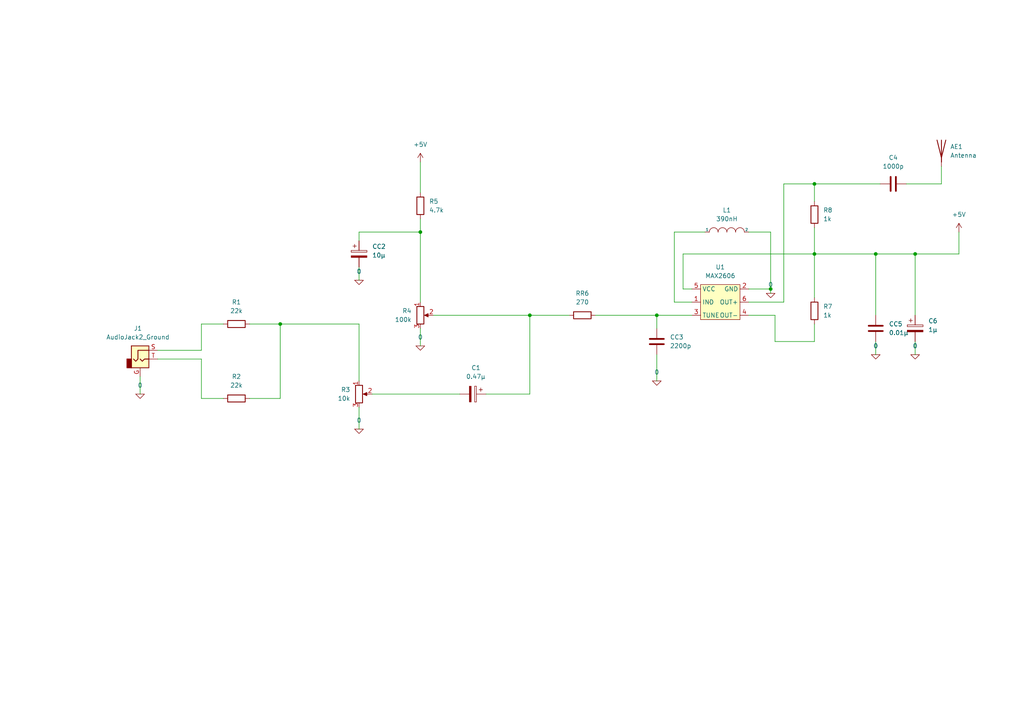
<source format=kicad_sch>
(kicad_sch (version 20211123) (generator eeschema)
  (paper "A4")
  (lib_symbols
    (symbol "Connector:AudioJack2_Ground"
      (property "Reference" "J" (at 0 8.89 0))
      (property "Value" "AudioJack2_Ground" (at 0 6.35 0))
      (symbol "AudioJack2_Ground_0_1"
        (rectangle (start -2.54 -2.54) (end -3.81 0) (stroke (width 0.254)) (fill (type outline)))
        (polyline (pts (xy 0 0) (xy 0.635 -0.635) (xy 1.27 0) (xy 2.54 0)) (stroke (width 0.254)))
        (polyline (pts (xy 2.54 2.54) (xy -0.635 2.54) (xy -0.635 0) (xy -1.27 -0.635) (xy -1.905 0)) (stroke (width 0.254)))
        (rectangle (start 2.54 3.81) (end -2.54 -2.54) (stroke (width 0.254)) (fill (type background)))
      )
      (symbol "AudioJack2_Ground_1_1"
        (pin passive line (at 0 -5.08 90) (length 2.54) (name "~") (number "G"))
        (pin passive line (at 5.08 2.54 180) (length 2.54) (name "~") (number "S"))
        (pin passive line (at 5.08 0 180) (length 2.54) (name "~") (number "T"))
      )
    )
    (symbol "Device:Antenna" (pin_numbers hide) (pin_names (offset 1.016) hide)
      (property "Reference" "AE" (at -1.905 1.905 0))
      (property "Value" "Antenna" (at -1.905 0 0))
      (symbol "Antenna_0_1"
        (polyline (pts (xy 0 2.54) (xy 0 -3.81)) (stroke (width 0.254)))
        (polyline (pts (xy 1.27 2.54) (xy 0 -2.54) (xy -1.27 2.54)) (stroke (width 0.254)))
      )
      (symbol "Antenna_1_1"
        (pin input line (at 0 -5.08 90) (length 2.54) (name "A") (number "1"))
      )
    )
    (symbol "Device:C" (pin_numbers hide) (pin_names (offset 0.254))
      (property "Reference" "C" (at 0.635 2.54 0))
      (property "Value" "C" (at 0.635 -2.54 0))
      (symbol "C_0_1"
        (polyline (pts (xy -2.032 -0.762) (xy 2.032 -0.762)) (stroke (width 0.508)))
        (polyline (pts (xy -2.032 0.762) (xy 2.032 0.762)) (stroke (width 0.508)))
      )
      (symbol "C_1_1"
        (pin passive line (at 0 3.81 270) (length 2.794) (name "~") (number "1"))
        (pin passive line (at 0 -3.81 90) (length 2.794) (name "~") (number "2"))
      )
    )
    (symbol "Device:C_Polarized" (pin_numbers hide) (pin_names (offset 0.254))
      (property "Reference" "C" (at 0.635 2.54 0))
      (property "Value" "C_Polarized" (at 0.635 -2.54 0))
      (symbol "C_Polarized_0_1"
        (rectangle (start -2.286 0.508) (end 2.286 1.016))
        (polyline (pts (xy -1.778 2.286) (xy -0.762 2.286)))
        (polyline (pts (xy -1.27 2.794) (xy -1.27 1.778)))
        (rectangle (start 2.286 -0.508) (end -2.286 -1.016) (fill (type outline)))
      )
      (symbol "C_Polarized_1_1"
        (pin passive line (at 0 3.81 270) (length 2.794) (name "~") (number "1"))
        (pin passive line (at 0 -3.81 90) (length 2.794) (name "~") (number "2"))
      )
    )
    (symbol "Device:R" (pin_numbers hide) (pin_names (offset 0))
      (property "Reference" "R" (at 2.032 0 90))
      (property "Value" "R" (at 0 0 90))
      (symbol "R_0_1"
        (rectangle (start -1.016 -2.54) (end 1.016 2.54) (stroke (width 0.254)))
      )
      (symbol "R_1_1"
        (pin passive line (at 0 3.81 270) (length 1.27) (name "~") (number "1"))
        (pin passive line (at 0 -3.81 90) (length 1.27) (name "~") (number "2"))
      )
    )
    (symbol "Device:R_Potentiometer" (pin_names (offset 1.016) hide)
      (property "Reference" "RV" (at -4.445 0 90))
      (property "Value" "R_Potentiometer" (at -2.54 0 90))
      (symbol "R_Potentiometer_0_1"
        (polyline (pts (xy 2.54 0) (xy 1.524 0)))
        (polyline (pts (xy 1.143 0) (xy 2.286 0.508) (xy 2.286 -0.508) (xy 1.143 0)) (fill (type outline)))
        (rectangle (start 1.016 2.54) (end -1.016 -2.54) (stroke (width 0.254)))
      )
      (symbol "R_Potentiometer_1_1"
        (pin passive line (at 0 3.81 270) (length 1.27) (name "1") (number "1"))
        (pin passive line (at 3.81 0 180) (length 1.27) (name "2") (number "2"))
        (pin passive line (at 0 -3.81 90) (length 1.27) (name "3") (number "3"))
      )
    )
    (symbol "New_Library:MAX2606"
      (property "Reference" "U" (at 0 6.35 0))
      (property "Value" "MAX2606" (at 0 -6.35 0))
      (symbol "MAX2606_0_1"
        (rectangle (start -5.08 5.08) (end 6.35 -5.08) (fill (type background)))
        (rectangle (start -2.54 0) (end -2.54 0))
        (rectangle (start -2.54 0) (end -2.54 0))
        (rectangle (start -2.54 0) (end -2.54 0))
        (rectangle (start -2.54 0) (end -2.54 0))
        (rectangle (start -2.54 0) (end -2.54 0))
      )
      (symbol "MAX2606_1_1"
        (pin input line (at -7.62 0 0) (length 2.54) (name "IND") (number "1"))
        (pin power_in line (at 8.89 3.81 180) (length 2.54) (name "GND") (number "2"))
        (pin input line (at -7.62 -3.81 0) (length 2.54) (name "TUNE") (number "3"))
        (pin output line (at 8.89 -3.81 180) (length 2.54) (name "OUT-") (number "4"))
        (pin power_in line (at -7.62 3.81 0) (length 2.54) (name "VCC") (number "5"))
        (pin output line (at 8.89 0 180) (length 2.54) (name "OUT+") (number "6"))
      )
    )
    (symbol "power:+5V" (power) (pin_names (offset 0))
      (property "Value" "+5V" (at 0 3.556 0))
      (symbol "+5V_0_1"
        (polyline (pts (xy -0.762 1.27) (xy 0 2.54)))
        (polyline (pts (xy 0 0) (xy 0 2.54)))
        (polyline (pts (xy 0 2.54) (xy 0.762 1.27)))
      )
      (symbol "+5V_1_1"
        (pin power_in line (at 0 0 90) (length 0) hide (name "+5V") (number "1"))
      )
    )
    (symbol "pspice:0" (power) (pin_names (offset 0))
      (property "Value" "0" (at 0 -1.778 0))
      (symbol "0_0_1"
        (polyline (pts (xy -1.27 0) (xy 0 -1.27) (xy 1.27 0) (xy -1.27 0)))
      )
      (symbol "0_1_1"
        (pin power_in line (at 0 0 0) (length 0) hide (name "0") (number "1"))
      )
    )
    (symbol "pspice:INDUCTOR" (pin_numbers hide) (pin_names (offset 0))
      (property "Reference" "L" (at 0 2.54 0))
      (property "Value" "INDUCTOR" (at 0 -1.27 0))
      (symbol "INDUCTOR_0_1"
        (arc (start -2.54 0) (mid -3.81 1.27) (end -5.08 0))
        (arc (start 0 0) (mid -1.27 1.27) (end -2.54 0))
        (arc (start 2.54 0) (mid 1.27 1.27) (end 0 0))
        (arc (start 5.08 0) (mid 3.81 1.27) (end 2.54 0))
      )
      (symbol "INDUCTOR_1_1"
        (pin input line (at -6.35 0 0) (length 1.27) (name "1") (number "1"))
        (pin input line (at 6.35 0 180) (length 1.27) (name "2") (number "2"))
      )
    )
  )
  (junction (at 81.28 93.98))
  (junction (at 265.43 73.66))
  (junction (at 153.67 91.44))
  (junction (at 190.5 91.44))
  (junction (at 223.52 83.82))
  (junction (at 254 73.66))
  (junction (at 236.22 73.66))
  (junction (at 236.22 53.34))
  (junction (at 121.92 67.31))
  (wire (pts (xy 40.64 109.22) (xy 40.64 114.3)))
  (wire (pts (xy 195.58 87.63) (xy 200.66 87.63)))
  (wire (pts (xy 58.42 115.57) (xy 64.77 115.57)))
  (wire (pts (xy 227.33 87.63) (xy 227.33 53.34)))
  (wire (pts (xy 198.12 73.66) (xy 236.22 73.66)))
  (wire (pts (xy 224.79 99.06) (xy 236.22 99.06)))
  (wire (pts (xy 104.14 118.11) (xy 104.14 124.46)))
  (wire (pts (xy 224.79 91.44) (xy 224.79 99.06)))
  (wire (pts (xy 265.43 99.06) (xy 265.43 102.87)))
  (wire (pts (xy 121.92 67.31) (xy 121.92 87.63)))
  (wire (pts (xy 265.43 73.66) (xy 278.13 73.66)))
  (wire (pts (xy 236.22 73.66) (xy 254 73.66)))
  (wire (pts (xy 107.95 114.3) (xy 133.35 114.3)))
  (wire (pts (xy 195.58 67.31) (xy 195.58 87.63)))
  (wire (pts (xy 81.28 93.98) (xy 104.14 93.98)))
  (wire (pts (xy 125.73 91.44) (xy 153.67 91.44)))
  (wire (pts (xy 121.92 46.99) (xy 121.92 55.88)))
  (wire (pts (xy 217.17 91.44) (xy 224.79 91.44)))
  (wire (pts (xy 58.42 101.6) (xy 58.42 93.98)))
  (wire (pts (xy 273.05 53.34) (xy 273.05 48.26)))
  (wire (pts (xy 217.17 83.82) (xy 223.52 83.82)))
  (wire (pts (xy 153.67 91.44) (xy 153.67 114.3)))
  (wire (pts (xy 217.17 67.31) (xy 223.52 67.31)))
  (wire (pts (xy 58.42 104.14) (xy 58.42 115.57)))
  (wire (pts (xy 198.12 83.82) (xy 198.12 73.66)))
  (wire (pts (xy 236.22 73.66) (xy 236.22 86.36)))
  (wire (pts (xy 227.33 53.34) (xy 236.22 53.34)))
  (wire (pts (xy 190.5 102.87) (xy 190.5 110.49)))
  (wire (pts (xy 121.92 63.5) (xy 121.92 67.31)))
  (wire (pts (xy 217.17 87.63) (xy 227.33 87.63)))
  (wire (pts (xy 254 73.66) (xy 254 91.44)))
  (wire (pts (xy 104.14 67.31) (xy 104.14 69.85)))
  (wire (pts (xy 254 99.06) (xy 254 102.87)))
  (wire (pts (xy 153.67 91.44) (xy 165.1 91.44)))
  (wire (pts (xy 104.14 77.47) (xy 104.14 81.28)))
  (wire (pts (xy 278.13 73.66) (xy 278.13 67.31)))
  (wire (pts (xy 45.72 104.14) (xy 58.42 104.14)))
  (wire (pts (xy 236.22 53.34) (xy 236.22 58.42)))
  (wire (pts (xy 262.89 53.34) (xy 273.05 53.34)))
  (wire (pts (xy 104.14 93.98) (xy 104.14 110.49)))
  (wire (pts (xy 223.52 83.82) (xy 223.52 85.09)))
  (wire (pts (xy 121.92 67.31) (xy 104.14 67.31)))
  (wire (pts (xy 72.39 115.57) (xy 81.28 115.57)))
  (wire (pts (xy 265.43 73.66) (xy 265.43 91.44)))
  (wire (pts (xy 204.47 67.31) (xy 195.58 67.31)))
  (wire (pts (xy 223.52 67.31) (xy 223.52 83.82)))
  (wire (pts (xy 236.22 66.04) (xy 236.22 73.66)))
  (wire (pts (xy 172.72 91.44) (xy 190.5 91.44)))
  (wire (pts (xy 121.92 95.25) (xy 121.92 100.33)))
  (wire (pts (xy 190.5 91.44) (xy 200.66 91.44)))
  (wire (pts (xy 45.72 101.6) (xy 58.42 101.6)))
  (wire (pts (xy 236.22 99.06) (xy 236.22 93.98)))
  (wire (pts (xy 140.97 114.3) (xy 153.67 114.3)))
  (wire (pts (xy 236.22 53.34) (xy 255.27 53.34)))
  (wire (pts (xy 72.39 93.98) (xy 81.28 93.98)))
  (wire (pts (xy 81.28 115.57) (xy 81.28 93.98)))
  (wire (pts (xy 200.66 83.82) (xy 198.12 83.82)))
  (wire (pts (xy 190.5 91.44) (xy 190.5 95.25)))
  (wire (pts (xy 254 73.66) (xy 265.43 73.66)))
  (wire (pts (xy 58.42 93.98) (xy 64.77 93.98)))
  (symbol (lib_id "power:+5V") (at 278.13 67.31 0) (unit 1)
    (property "Reference" "#PWR0102" (effects hide))
    (property "Value" "+5V" (at 278.13 62.23 0))
  )
  (symbol (lib_id "Device:R") (at 236.22 62.23 0) (unit 1)
    (property "Reference" "R8" (at 238.76 60.9599 0) (effects (justify left)))
    (property "Value" "1k" (at 238.76 63.4999 0) (effects (justify left)))
  )
  (symbol (lib_id "pspice:INDUCTOR") (at 210.82 67.31 0) (unit 1)
    (property "Reference" "L1" (at 210.82 60.96 0))
    (property "Value" "390nH" (at 210.82 63.5 0))
  )
  (symbol (lib_id "pspice:0") (at 190.5 110.49 0) (unit 1)
    (property "Reference" "#GND06" (effects hide))
    (property "Value" "0" (at 190.5 107.95 0))
  )
  (symbol (lib_id "Device:Antenna") (at 273.05 43.18 0) (unit 1)
    (property "Reference" "AE1" (at 275.59 42.5449 0) (effects (justify left)))
    (property "Value" "Antenna" (at 275.59 45.0849 0) (effects (justify left)))
  )
  (symbol (lib_id "Device:C") (at 259.08 53.34 90) (unit 1)
    (property "Reference" "C4" (at 259.08 45.72 90))
    (property "Value" "1000p" (at 259.08 48.26 90))
  )
  (symbol (lib_id "New_Library:MAX2606") (at 208.28 87.63 0) (unit 1)
    (property "Reference" "U1" (at 208.915 77.47 0))
    (property "Value" "MAX2606" (at 208.915 80.01 0))
    (property "Footprint" "Package_TO_SOT_SMD:SOT-23-6" (effects hide))
  )
  (symbol (lib_id "Device:R") (at 236.22 90.17 0) (unit 1)
    (property "Reference" "R7" (at 238.76 88.8999 0) (effects (justify left)))
    (property "Value" "1k" (at 238.76 91.4399 0) (effects (justify left)))
  )
  (symbol (lib_id "Device:C_Polarized") (at 265.43 95.25 0) (unit 1)
    (property "Reference" "C6" (at 269.24 93.0909 0) (effects (justify left)))
    (property "Value" "1µ" (at 269.24 95.6309 0) (effects (justify left)))
  )
  (symbol (lib_id "Device:C_Polarized") (at 137.16 114.3 270) (unit 1)
    (property "Reference" "C1" (at 138.049 106.68 90))
    (property "Value" "0.47µ" (at 138.049 109.22 90))
  )
  (symbol (lib_id "pspice:0") (at 104.14 81.28 0) (unit 1)
    (property "Reference" "#GND02" (effects hide))
    (property "Value" "0" (at 104.14 78.74 0))
  )
  (symbol (lib_id "Connector:AudioJack2_Ground") (at 40.64 104.14 0) (unit 1)
    (property "Reference" "J1" (at 40.005 95.25 0))
    (property "Value" "AudioJack2_Ground" (at 40.005 97.79 0))
  )
  (symbol (lib_id "Device:R") (at 121.92 59.69 0) (unit 1)
    (property "Reference" "R5" (at 124.46 58.4199 0) (effects (justify left)))
    (property "Value" "4.7k" (at 124.46 60.9599 0) (effects (justify left)))
  )
  (symbol (lib_id "pspice:0") (at 40.64 114.3 0) (unit 1)
    (property "Reference" "#GND01" (effects hide))
    (property "Value" "0" (at 40.64 111.76 0))
  )
  (symbol (lib_id "pspice:0") (at 223.52 85.09 0) (unit 1)
    (property "Reference" "#GND0101" (effects hide))
    (property "Value" "0" (at 223.52 82.55 0))
  )
  (symbol (lib_id "Device:R") (at 68.58 115.57 270) (unit 1)
    (property "Reference" "R2" (at 68.58 109.22 90))
    (property "Value" "22k" (at 68.58 111.76 90))
    (property "Footprint" "Resistor_SMD:R_1206_3216Metric" (effects hide))
  )
  (symbol (lib_id "pspice:0") (at 265.43 102.87 0) (unit 1)
    (property "Reference" "#GND0102" (effects hide))
    (property "Value" "0" (at 265.43 100.33 0))
  )
  (symbol (lib_id "Device:R_Potentiometer") (at 104.14 114.3 0) (unit 1)
    (property "Reference" "R3" (at 101.6 113.0299 0) (effects (justify right)))
    (property "Value" "10k" (at 101.6 115.5699 0) (effects (justify right)))
  )
  (symbol (lib_id "power:+5V") (at 121.92 46.99 0) (unit 1)
    (property "Reference" "#PWR0101" (effects hide))
    (property "Value" "+5V" (at 121.92 41.91 0))
  )
  (symbol (lib_id "pspice:0") (at 121.92 100.33 0) (unit 1)
    (property "Reference" "#GND04" (effects hide))
    (property "Value" "0" (at 121.92 97.79 0))
  )
  (symbol (lib_id "Device:R") (at 68.58 93.98 90) (unit 1)
    (property "Reference" "R1" (at 68.58 87.63 90))
    (property "Value" "22k" (at 68.58 90.17 90))
    (property "Footprint" "Resistor_SMD:R_1206_3216Metric" (effects hide))
  )
  (symbol (lib_id "Device:R") (at 168.91 91.44 270) (unit 1)
    (property "Reference" "RR6" (at 168.91 85.09 90))
    (property "Value" "270" (at 168.91 87.63 90))
  )
  (symbol (lib_id "Device:C") (at 254 95.25 0) (unit 1)
    (property "Reference" "CC5" (at 257.81 93.9799 0) (effects (justify left)))
    (property "Value" "0.01µ" (at 257.81 96.5199 0) (effects (justify left)))
  )
  (symbol (lib_id "Device:R_Potentiometer") (at 121.92 91.44 0) (unit 1)
    (property "Reference" "R4" (at 119.38 90.1699 0) (effects (justify right)))
    (property "Value" "100k" (at 119.38 92.7099 0) (effects (justify right)))
  )
  (symbol (lib_id "Device:C") (at 190.5 99.06 0) (unit 1)
    (property "Reference" "CC3" (at 194.31 97.7899 0) (effects (justify left)))
    (property "Value" "2200p" (at 194.31 100.3299 0) (effects (justify left)))
  )
  (symbol (lib_id "pspice:0") (at 254 102.87 0) (unit 1)
    (property "Reference" "#GND0103" (effects hide))
    (property "Value" "0" (at 254 100.33 0))
  )
  (symbol (lib_id "pspice:0") (at 104.14 124.46 0) (unit 1)
    (property "Reference" "#GND03" (effects hide))
    (property "Value" "0" (at 104.14 121.92 0))
  )
  (symbol (lib_id "Device:C_Polarized") (at 104.14 73.66 0) (unit 1)
    (property "Reference" "CC2" (at 107.95 71.5009 0) (effects (justify left)))
    (property "Value" "10µ" (at 107.95 74.0409 0) (effects (justify left)))
  )
)
</source>
